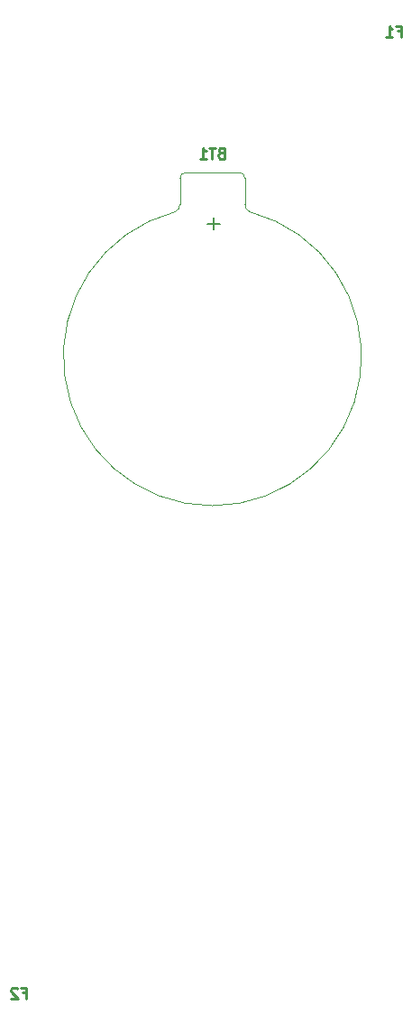
<source format=gbr>
G04 #@! TF.FileFunction,Legend,Bot*
%FSLAX46Y46*%
G04 Gerber Fmt 4.6, Leading zero omitted, Abs format (unit mm)*
G04 Created by KiCad (PCBNEW 4.0.7-e2-6376~58~ubuntu16.04.1) date Tue Oct 16 16:27:12 2018*
%MOMM*%
%LPD*%
G01*
G04 APERTURE LIST*
%ADD10C,0.100000*%
%ADD11C,0.120000*%
%ADD12C,0.250000*%
%ADD13C,0.150000*%
G04 APERTURE END LIST*
D10*
D11*
X148066769Y-103875738D02*
G75*
G03X151602000Y-76326000I15231J13999738D01*
G01*
X148097231Y-103875738D02*
G75*
G02X144562000Y-76326000I-15231J13999738D01*
G01*
X151625485Y-76330769D02*
G75*
G02X151132000Y-75626000I256515J704769D01*
G01*
X144538515Y-76330769D02*
G75*
G03X145032000Y-75626000I-256515J704769D01*
G01*
X145032000Y-75626000D02*
X145032000Y-73176000D01*
X151132000Y-73176000D02*
X151132000Y-75626000D01*
X145032000Y-73176000D02*
G75*
G02X145582000Y-72626000I550000J0D01*
G01*
X151132000Y-73176000D02*
G75*
G03X150582000Y-72626000I-550000J0D01*
G01*
X145582000Y-72626000D02*
X150582000Y-72626000D01*
D12*
X130225333Y-149534571D02*
X130558667Y-149534571D01*
X130558667Y-150058381D02*
X130558667Y-149058381D01*
X130082476Y-149058381D01*
X129749143Y-149153619D02*
X129701524Y-149106000D01*
X129606286Y-149058381D01*
X129368190Y-149058381D01*
X129272952Y-149106000D01*
X129225333Y-149153619D01*
X129177714Y-149248857D01*
X129177714Y-149344095D01*
X129225333Y-149486952D01*
X129796762Y-150058381D01*
X129177714Y-150058381D01*
X148867714Y-70794571D02*
X148724857Y-70842190D01*
X148677238Y-70889810D01*
X148629619Y-70985048D01*
X148629619Y-71127905D01*
X148677238Y-71223143D01*
X148724857Y-71270762D01*
X148820095Y-71318381D01*
X149201048Y-71318381D01*
X149201048Y-70318381D01*
X148867714Y-70318381D01*
X148772476Y-70366000D01*
X148724857Y-70413619D01*
X148677238Y-70508857D01*
X148677238Y-70604095D01*
X148724857Y-70699333D01*
X148772476Y-70746952D01*
X148867714Y-70794571D01*
X149201048Y-70794571D01*
X148343905Y-70318381D02*
X147772476Y-70318381D01*
X148058191Y-71318381D02*
X148058191Y-70318381D01*
X146915333Y-71318381D02*
X147486762Y-71318381D01*
X147201048Y-71318381D02*
X147201048Y-70318381D01*
X147296286Y-70461238D01*
X147391524Y-70556476D01*
X147486762Y-70604095D01*
D13*
X148189143Y-76854572D02*
X148189143Y-77997429D01*
X148760571Y-77426000D02*
X147617714Y-77426000D01*
D12*
X165433333Y-59364571D02*
X165766667Y-59364571D01*
X165766667Y-59888381D02*
X165766667Y-58888381D01*
X165290476Y-58888381D01*
X164385714Y-59888381D02*
X164957143Y-59888381D01*
X164671429Y-59888381D02*
X164671429Y-58888381D01*
X164766667Y-59031238D01*
X164861905Y-59126476D01*
X164957143Y-59174095D01*
M02*

</source>
